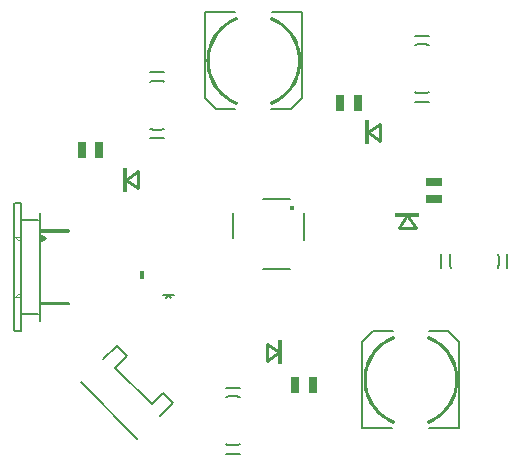
<source format=gto>
G75*
G70*
%OFA0B0*%
%FSLAX24Y24*%
%IPPOS*%
%LPD*%
%AMOC8*
5,1,8,0,0,1.08239X$1,22.5*
%
%ADD10C,0.0080*%
%ADD11C,0.0157*%
%ADD12C,0.0079*%
%ADD13R,0.0551X0.0256*%
%ADD14C,0.0100*%
%ADD15R,0.0827X0.0118*%
%ADD16C,0.0010*%
%ADD17R,0.0256X0.0551*%
%ADD18R,0.0118X0.0827*%
%ADD19C,0.0040*%
%ADD20R,0.0160X0.0280*%
D10*
X003651Y004876D02*
X005544Y002983D01*
X006295Y003735D02*
X006741Y004180D01*
X006407Y004514D01*
X006017Y004124D01*
X004792Y005349D01*
X005182Y005739D01*
X004848Y006073D01*
X004402Y005628D01*
X003229Y007463D02*
X002343Y007463D01*
X002343Y007522D02*
X003229Y007522D01*
X003238Y007521D01*
X003247Y007516D01*
X003253Y007510D01*
X003258Y007501D01*
X003259Y007492D01*
X003258Y007483D01*
X003253Y007474D01*
X003247Y007468D01*
X003238Y007463D01*
X003229Y007462D01*
X002245Y007128D02*
X001694Y007128D01*
X001654Y006557D02*
X001458Y006557D01*
X001418Y006597D01*
X001418Y010809D01*
X001458Y010849D01*
X001654Y010849D01*
X001654Y006557D01*
X002284Y006912D02*
X002284Y010494D01*
X002245Y010278D02*
X001694Y010278D01*
X002343Y009943D02*
X003229Y009943D01*
X003229Y009944D02*
X003238Y009943D01*
X003247Y009938D01*
X003253Y009932D01*
X003258Y009923D01*
X003259Y009914D01*
X003258Y009905D01*
X003253Y009896D01*
X003247Y009890D01*
X003238Y009885D01*
X003229Y009884D01*
X002343Y009884D01*
X006395Y007786D02*
X006576Y007786D01*
X006668Y007664D01*
X006757Y007786D02*
X006576Y007786D01*
X006566Y007780D02*
X006490Y007664D01*
X008741Y009687D02*
X008741Y010514D01*
X009725Y010987D02*
X010631Y010987D01*
X011103Y010514D02*
X011103Y009609D01*
X010631Y008624D02*
X009725Y008624D01*
X013032Y006223D02*
X013387Y006577D01*
X014056Y006577D01*
X013032Y006223D02*
X013032Y003349D01*
X014036Y003349D01*
X015257Y003349D02*
X016261Y003349D01*
X016261Y006223D01*
X015906Y006577D01*
X015257Y006577D01*
X010670Y013979D02*
X010001Y013979D01*
X010670Y013979D02*
X011025Y014333D01*
X011025Y017207D01*
X010021Y017207D01*
X008800Y017207D02*
X007796Y017207D01*
X007796Y014333D01*
X008151Y013979D01*
X008800Y013979D01*
D11*
X010710Y010672D03*
D12*
X014784Y014215D02*
X015257Y014215D01*
X015257Y014530D02*
X015206Y014516D01*
X015154Y014505D01*
X015101Y014497D01*
X015048Y014493D01*
X014994Y014493D01*
X014941Y014497D01*
X014888Y014505D01*
X014836Y014516D01*
X014785Y014530D01*
X014785Y016105D02*
X014836Y016119D01*
X014888Y016130D01*
X014941Y016138D01*
X014994Y016142D01*
X015048Y016142D01*
X015101Y016138D01*
X015154Y016130D01*
X015206Y016119D01*
X015257Y016105D01*
X015257Y016420D02*
X014784Y016420D01*
X015670Y009154D02*
X015670Y008682D01*
X015985Y008682D02*
X015971Y008733D01*
X015960Y008785D01*
X015952Y008838D01*
X015948Y008891D01*
X015948Y008945D01*
X015952Y008998D01*
X015960Y009051D01*
X015971Y009103D01*
X015985Y009154D01*
X017560Y009154D02*
X017574Y009103D01*
X017585Y009051D01*
X017593Y008998D01*
X017597Y008945D01*
X017597Y008891D01*
X017593Y008838D01*
X017585Y008785D01*
X017574Y008733D01*
X017560Y008682D01*
X017875Y008682D02*
X017875Y009154D01*
X008958Y004687D02*
X008485Y004687D01*
X008485Y004373D02*
X008536Y004387D01*
X008588Y004398D01*
X008641Y004406D01*
X008694Y004410D01*
X008748Y004410D01*
X008801Y004406D01*
X008854Y004398D01*
X008906Y004387D01*
X008957Y004373D01*
X008957Y002797D02*
X008906Y002783D01*
X008854Y002772D01*
X008801Y002764D01*
X008748Y002760D01*
X008694Y002760D01*
X008641Y002764D01*
X008588Y002772D01*
X008536Y002783D01*
X008485Y002797D01*
X008485Y002483D02*
X008958Y002483D01*
X006438Y012994D02*
X005966Y012994D01*
X005966Y013309D02*
X006017Y013295D01*
X006069Y013284D01*
X006122Y013276D01*
X006175Y013272D01*
X006229Y013272D01*
X006282Y013276D01*
X006335Y013284D01*
X006387Y013295D01*
X006438Y013309D01*
X006438Y014884D02*
X006387Y014898D01*
X006335Y014909D01*
X006282Y014917D01*
X006229Y014921D01*
X006175Y014921D01*
X006122Y014917D01*
X006069Y014909D01*
X006017Y014898D01*
X005966Y014884D01*
X005966Y015199D02*
X006438Y015199D01*
D13*
X015433Y011550D03*
X015433Y010970D03*
D14*
X014528Y010435D02*
X014824Y010022D01*
X014253Y010022D01*
X014528Y010435D01*
X013643Y012916D02*
X013229Y013191D01*
X013643Y013487D01*
X013643Y012916D01*
X009863Y006144D02*
X010277Y005868D01*
X009863Y005573D01*
X009863Y006144D01*
X005572Y011341D02*
X005158Y011617D01*
X005572Y011912D01*
X005572Y011341D01*
D15*
X014528Y010455D03*
D16*
X009998Y014146D02*
X009972Y014210D01*
X010041Y014240D01*
X010109Y014274D01*
X010174Y014311D01*
X010238Y014351D01*
X010300Y014394D01*
X010359Y014440D01*
X010416Y014490D01*
X010470Y014542D01*
X010522Y014596D01*
X010570Y014654D01*
X010616Y014713D01*
X010659Y014775D01*
X010699Y014839D01*
X010735Y014905D01*
X010768Y014973D01*
X010798Y015042D01*
X010824Y015113D01*
X010846Y015184D01*
X010865Y015257D01*
X010880Y015331D01*
X010891Y015405D01*
X010899Y015480D01*
X010903Y015555D01*
X010903Y015631D01*
X010899Y015706D01*
X010891Y015781D01*
X010880Y015855D01*
X010865Y015929D01*
X010846Y016002D01*
X010824Y016073D01*
X010798Y016144D01*
X010768Y016213D01*
X010735Y016281D01*
X010699Y016347D01*
X010659Y016411D01*
X010616Y016473D01*
X010570Y016532D01*
X010522Y016590D01*
X010470Y016644D01*
X010416Y016696D01*
X010359Y016746D01*
X010300Y016792D01*
X010238Y016835D01*
X010174Y016875D01*
X010109Y016912D01*
X010041Y016946D01*
X009972Y016976D01*
X009998Y017040D01*
X009999Y017041D01*
X010069Y017010D01*
X010138Y016976D01*
X010206Y016938D01*
X010271Y016897D01*
X010335Y016853D01*
X010396Y016806D01*
X010454Y016756D01*
X010510Y016703D01*
X010564Y016647D01*
X010614Y016589D01*
X010662Y016529D01*
X010707Y016466D01*
X010748Y016401D01*
X010786Y016334D01*
X010821Y016265D01*
X010853Y016194D01*
X010881Y016122D01*
X010905Y016049D01*
X010926Y015975D01*
X010943Y015900D01*
X010956Y015824D01*
X010965Y015747D01*
X010971Y015670D01*
X010973Y015593D01*
X010971Y015516D01*
X010965Y015439D01*
X010956Y015362D01*
X010943Y015286D01*
X010926Y015211D01*
X010905Y015137D01*
X010881Y015064D01*
X010853Y014992D01*
X010821Y014921D01*
X010786Y014852D01*
X010748Y014785D01*
X010707Y014720D01*
X010662Y014657D01*
X010614Y014597D01*
X010564Y014539D01*
X010510Y014483D01*
X010454Y014430D01*
X010396Y014380D01*
X010335Y014333D01*
X010271Y014289D01*
X010206Y014248D01*
X010138Y014210D01*
X010069Y014176D01*
X009999Y014145D01*
X009995Y014153D01*
X010067Y014185D01*
X010137Y014220D01*
X010205Y014258D01*
X010272Y014300D01*
X010336Y014345D01*
X010397Y014393D01*
X010457Y014444D01*
X010513Y014499D01*
X010567Y014556D01*
X010618Y014615D01*
X010666Y014677D01*
X010710Y014742D01*
X010751Y014808D01*
X010789Y014877D01*
X010824Y014947D01*
X010854Y015019D01*
X010881Y015093D01*
X010905Y015168D01*
X010924Y015243D01*
X010940Y015320D01*
X010952Y015398D01*
X010960Y015476D01*
X010964Y015554D01*
X010964Y015632D01*
X010960Y015710D01*
X010952Y015788D01*
X010940Y015866D01*
X010924Y015943D01*
X010905Y016018D01*
X010881Y016093D01*
X010854Y016167D01*
X010824Y016239D01*
X010789Y016309D01*
X010751Y016378D01*
X010710Y016444D01*
X010666Y016509D01*
X010618Y016571D01*
X010567Y016630D01*
X010513Y016687D01*
X010457Y016742D01*
X010397Y016793D01*
X010336Y016841D01*
X010272Y016886D01*
X010205Y016928D01*
X010137Y016966D01*
X010067Y017001D01*
X009995Y017033D01*
X009992Y017024D01*
X010063Y016993D01*
X010133Y016958D01*
X010201Y016920D01*
X010267Y016879D01*
X010330Y016834D01*
X010392Y016786D01*
X010451Y016735D01*
X010507Y016681D01*
X010560Y016624D01*
X010611Y016565D01*
X010658Y016503D01*
X010703Y016439D01*
X010744Y016373D01*
X010781Y016305D01*
X010815Y016235D01*
X010846Y016163D01*
X010873Y016090D01*
X010896Y016016D01*
X010915Y015940D01*
X010931Y015864D01*
X010943Y015787D01*
X010951Y015710D01*
X010955Y015632D01*
X010955Y015554D01*
X010951Y015476D01*
X010943Y015399D01*
X010931Y015322D01*
X010915Y015246D01*
X010896Y015170D01*
X010873Y015096D01*
X010846Y015023D01*
X010815Y014951D01*
X010781Y014881D01*
X010744Y014813D01*
X010703Y014747D01*
X010658Y014683D01*
X010611Y014621D01*
X010560Y014562D01*
X010507Y014505D01*
X010451Y014451D01*
X010392Y014400D01*
X010330Y014352D01*
X010267Y014307D01*
X010201Y014266D01*
X010133Y014228D01*
X010063Y014193D01*
X009992Y014162D01*
X009989Y014170D01*
X010059Y014201D01*
X010129Y014236D01*
X010196Y014273D01*
X010262Y014315D01*
X010325Y014359D01*
X010386Y014407D01*
X010445Y014458D01*
X010500Y014511D01*
X010554Y014568D01*
X010604Y014627D01*
X010651Y014688D01*
X010695Y014752D01*
X010736Y014817D01*
X010773Y014885D01*
X010807Y014955D01*
X010838Y015026D01*
X010864Y015099D01*
X010887Y015173D01*
X010907Y015248D01*
X010922Y015323D01*
X010934Y015400D01*
X010942Y015477D01*
X010946Y015554D01*
X010946Y015632D01*
X010942Y015709D01*
X010934Y015786D01*
X010922Y015863D01*
X010907Y015938D01*
X010887Y016013D01*
X010864Y016087D01*
X010838Y016160D01*
X010807Y016231D01*
X010773Y016301D01*
X010736Y016369D01*
X010695Y016434D01*
X010651Y016498D01*
X010604Y016559D01*
X010554Y016618D01*
X010500Y016675D01*
X010445Y016728D01*
X010386Y016779D01*
X010325Y016827D01*
X010262Y016871D01*
X010196Y016913D01*
X010129Y016950D01*
X010059Y016985D01*
X009989Y017016D01*
X009985Y017008D01*
X010056Y016977D01*
X010125Y016942D01*
X010192Y016905D01*
X010257Y016864D01*
X010320Y016819D01*
X010380Y016772D01*
X010439Y016722D01*
X010494Y016668D01*
X010547Y016612D01*
X010597Y016554D01*
X010644Y016493D01*
X010688Y016429D01*
X010728Y016364D01*
X010765Y016297D01*
X010799Y016227D01*
X010829Y016157D01*
X010856Y016084D01*
X010879Y016011D01*
X010898Y015936D01*
X010913Y015861D01*
X010925Y015785D01*
X010933Y015708D01*
X010937Y015631D01*
X010937Y015555D01*
X010933Y015478D01*
X010925Y015401D01*
X010913Y015325D01*
X010898Y015250D01*
X010879Y015175D01*
X010856Y015102D01*
X010829Y015029D01*
X010799Y014959D01*
X010765Y014889D01*
X010728Y014822D01*
X010688Y014757D01*
X010644Y014693D01*
X010597Y014632D01*
X010547Y014574D01*
X010494Y014518D01*
X010439Y014464D01*
X010380Y014414D01*
X010320Y014367D01*
X010257Y014322D01*
X010192Y014281D01*
X010125Y014244D01*
X010056Y014209D01*
X009985Y014178D01*
X009982Y014187D01*
X010052Y014217D01*
X010120Y014251D01*
X010187Y014289D01*
X010252Y014330D01*
X010314Y014374D01*
X010375Y014421D01*
X010433Y014471D01*
X010488Y014524D01*
X010540Y014580D01*
X010590Y014638D01*
X010636Y014699D01*
X010680Y014761D01*
X010720Y014827D01*
X010757Y014894D01*
X010791Y014962D01*
X010821Y015033D01*
X010847Y015104D01*
X010870Y015178D01*
X010889Y015252D01*
X010904Y015327D01*
X010916Y015402D01*
X010924Y015478D01*
X010928Y015555D01*
X010928Y015631D01*
X010924Y015708D01*
X010916Y015784D01*
X010904Y015859D01*
X010889Y015934D01*
X010870Y016008D01*
X010847Y016082D01*
X010821Y016153D01*
X010791Y016224D01*
X010757Y016292D01*
X010720Y016359D01*
X010680Y016425D01*
X010636Y016487D01*
X010590Y016548D01*
X010540Y016606D01*
X010488Y016662D01*
X010433Y016715D01*
X010375Y016765D01*
X010314Y016812D01*
X010252Y016856D01*
X010187Y016897D01*
X010120Y016935D01*
X010052Y016969D01*
X009982Y016999D01*
X009978Y016991D01*
X010048Y016960D01*
X010116Y016927D01*
X010183Y016889D01*
X010247Y016849D01*
X010309Y016805D01*
X010369Y016758D01*
X010426Y016708D01*
X010481Y016656D01*
X010534Y016600D01*
X010583Y016542D01*
X010629Y016482D01*
X010672Y016420D01*
X010713Y016355D01*
X010749Y016288D01*
X010783Y016220D01*
X010812Y016150D01*
X010839Y016079D01*
X010861Y016006D01*
X010880Y015932D01*
X010896Y015858D01*
X010907Y015783D01*
X010915Y015707D01*
X010919Y015631D01*
X010919Y015555D01*
X010915Y015479D01*
X010907Y015403D01*
X010896Y015328D01*
X010880Y015254D01*
X010861Y015180D01*
X010839Y015107D01*
X010812Y015036D01*
X010783Y014966D01*
X010749Y014898D01*
X010713Y014831D01*
X010672Y014766D01*
X010629Y014704D01*
X010583Y014644D01*
X010534Y014586D01*
X010481Y014530D01*
X010426Y014478D01*
X010369Y014428D01*
X010309Y014381D01*
X010247Y014337D01*
X010183Y014297D01*
X010116Y014259D01*
X010048Y014226D01*
X009978Y014195D01*
X009975Y014203D01*
X010044Y014234D01*
X010112Y014267D01*
X010178Y014304D01*
X010242Y014345D01*
X010304Y014388D01*
X010363Y014435D01*
X010420Y014484D01*
X010475Y014537D01*
X010527Y014592D01*
X010576Y014649D01*
X010622Y014709D01*
X010665Y014771D01*
X010705Y014836D01*
X010741Y014902D01*
X010774Y014970D01*
X010804Y015039D01*
X010830Y015110D01*
X010853Y015182D01*
X010872Y015256D01*
X010887Y015330D01*
X010898Y015404D01*
X010906Y015480D01*
X010910Y015555D01*
X010910Y015631D01*
X010906Y015706D01*
X010898Y015782D01*
X010887Y015856D01*
X010872Y015930D01*
X010853Y016004D01*
X010830Y016076D01*
X010804Y016147D01*
X010774Y016216D01*
X010741Y016284D01*
X010705Y016350D01*
X010665Y016415D01*
X010622Y016477D01*
X010576Y016537D01*
X010527Y016594D01*
X010475Y016649D01*
X010420Y016702D01*
X010363Y016751D01*
X010304Y016798D01*
X010242Y016841D01*
X010178Y016882D01*
X010112Y016919D01*
X010044Y016952D01*
X009975Y016983D01*
X008822Y017040D02*
X008848Y016976D01*
X008779Y016946D01*
X008711Y016912D01*
X008646Y016875D01*
X008582Y016835D01*
X008520Y016792D01*
X008461Y016746D01*
X008404Y016696D01*
X008350Y016644D01*
X008298Y016590D01*
X008250Y016532D01*
X008204Y016473D01*
X008161Y016411D01*
X008121Y016347D01*
X008085Y016281D01*
X008052Y016213D01*
X008022Y016144D01*
X007996Y016073D01*
X007974Y016002D01*
X007955Y015929D01*
X007940Y015855D01*
X007929Y015781D01*
X007921Y015706D01*
X007917Y015631D01*
X007917Y015555D01*
X007921Y015480D01*
X007929Y015405D01*
X007940Y015331D01*
X007955Y015257D01*
X007974Y015184D01*
X007996Y015113D01*
X008022Y015042D01*
X008052Y014973D01*
X008085Y014905D01*
X008121Y014839D01*
X008161Y014775D01*
X008204Y014713D01*
X008250Y014654D01*
X008298Y014596D01*
X008350Y014542D01*
X008404Y014490D01*
X008461Y014440D01*
X008520Y014394D01*
X008582Y014351D01*
X008646Y014311D01*
X008711Y014274D01*
X008779Y014240D01*
X008848Y014210D01*
X008822Y014146D01*
X008821Y014145D01*
X008751Y014176D01*
X008682Y014210D01*
X008614Y014248D01*
X008549Y014289D01*
X008485Y014333D01*
X008424Y014380D01*
X008366Y014430D01*
X008310Y014483D01*
X008256Y014539D01*
X008206Y014597D01*
X008158Y014657D01*
X008113Y014720D01*
X008072Y014785D01*
X008034Y014852D01*
X007999Y014921D01*
X007967Y014992D01*
X007939Y015064D01*
X007915Y015137D01*
X007894Y015211D01*
X007877Y015286D01*
X007864Y015362D01*
X007855Y015439D01*
X007849Y015516D01*
X007847Y015593D01*
X007849Y015670D01*
X007855Y015747D01*
X007864Y015824D01*
X007877Y015900D01*
X007894Y015975D01*
X007915Y016049D01*
X007939Y016122D01*
X007967Y016194D01*
X007999Y016265D01*
X008034Y016334D01*
X008072Y016401D01*
X008113Y016466D01*
X008158Y016529D01*
X008206Y016589D01*
X008256Y016647D01*
X008310Y016703D01*
X008366Y016756D01*
X008424Y016806D01*
X008485Y016853D01*
X008549Y016897D01*
X008614Y016938D01*
X008682Y016976D01*
X008751Y017010D01*
X008821Y017041D01*
X008825Y017033D01*
X008753Y017001D01*
X008683Y016966D01*
X008615Y016928D01*
X008548Y016886D01*
X008484Y016841D01*
X008423Y016793D01*
X008363Y016742D01*
X008307Y016687D01*
X008253Y016630D01*
X008202Y016571D01*
X008154Y016509D01*
X008110Y016444D01*
X008069Y016378D01*
X008031Y016309D01*
X007996Y016239D01*
X007966Y016167D01*
X007939Y016093D01*
X007915Y016018D01*
X007896Y015943D01*
X007880Y015866D01*
X007868Y015788D01*
X007860Y015710D01*
X007856Y015632D01*
X007856Y015554D01*
X007860Y015476D01*
X007868Y015398D01*
X007880Y015320D01*
X007896Y015243D01*
X007915Y015168D01*
X007939Y015093D01*
X007966Y015019D01*
X007996Y014947D01*
X008031Y014877D01*
X008069Y014808D01*
X008110Y014742D01*
X008154Y014677D01*
X008202Y014615D01*
X008253Y014556D01*
X008307Y014499D01*
X008363Y014444D01*
X008423Y014393D01*
X008484Y014345D01*
X008548Y014300D01*
X008615Y014258D01*
X008683Y014220D01*
X008753Y014185D01*
X008825Y014153D01*
X008828Y014162D01*
X008757Y014193D01*
X008687Y014228D01*
X008619Y014266D01*
X008553Y014307D01*
X008490Y014352D01*
X008428Y014400D01*
X008369Y014451D01*
X008313Y014505D01*
X008260Y014562D01*
X008209Y014621D01*
X008162Y014683D01*
X008117Y014747D01*
X008076Y014813D01*
X008039Y014881D01*
X008005Y014951D01*
X007974Y015023D01*
X007947Y015096D01*
X007924Y015170D01*
X007905Y015246D01*
X007889Y015322D01*
X007877Y015399D01*
X007869Y015476D01*
X007865Y015554D01*
X007865Y015632D01*
X007869Y015710D01*
X007877Y015787D01*
X007889Y015864D01*
X007905Y015940D01*
X007924Y016016D01*
X007947Y016090D01*
X007974Y016163D01*
X008005Y016235D01*
X008039Y016305D01*
X008076Y016373D01*
X008117Y016439D01*
X008162Y016503D01*
X008209Y016565D01*
X008260Y016624D01*
X008313Y016681D01*
X008369Y016735D01*
X008428Y016786D01*
X008490Y016834D01*
X008553Y016879D01*
X008619Y016920D01*
X008687Y016958D01*
X008757Y016993D01*
X008828Y017024D01*
X008831Y017016D01*
X008761Y016985D01*
X008691Y016950D01*
X008624Y016913D01*
X008558Y016871D01*
X008495Y016827D01*
X008434Y016779D01*
X008375Y016728D01*
X008320Y016675D01*
X008266Y016618D01*
X008216Y016559D01*
X008169Y016498D01*
X008125Y016434D01*
X008084Y016369D01*
X008047Y016301D01*
X008013Y016231D01*
X007982Y016160D01*
X007956Y016087D01*
X007933Y016013D01*
X007913Y015938D01*
X007898Y015863D01*
X007886Y015786D01*
X007878Y015709D01*
X007874Y015632D01*
X007874Y015554D01*
X007878Y015477D01*
X007886Y015400D01*
X007898Y015323D01*
X007913Y015248D01*
X007933Y015173D01*
X007956Y015099D01*
X007982Y015026D01*
X008013Y014955D01*
X008047Y014885D01*
X008084Y014817D01*
X008125Y014752D01*
X008169Y014688D01*
X008216Y014627D01*
X008266Y014568D01*
X008320Y014511D01*
X008375Y014458D01*
X008434Y014407D01*
X008495Y014359D01*
X008558Y014315D01*
X008624Y014273D01*
X008691Y014236D01*
X008761Y014201D01*
X008831Y014170D01*
X008835Y014178D01*
X008764Y014209D01*
X008695Y014244D01*
X008628Y014281D01*
X008563Y014322D01*
X008500Y014367D01*
X008440Y014414D01*
X008381Y014464D01*
X008326Y014518D01*
X008273Y014574D01*
X008223Y014632D01*
X008176Y014693D01*
X008132Y014757D01*
X008092Y014822D01*
X008055Y014889D01*
X008021Y014959D01*
X007991Y015029D01*
X007964Y015102D01*
X007941Y015175D01*
X007922Y015250D01*
X007907Y015325D01*
X007895Y015401D01*
X007887Y015478D01*
X007883Y015555D01*
X007883Y015631D01*
X007887Y015708D01*
X007895Y015785D01*
X007907Y015861D01*
X007922Y015936D01*
X007941Y016011D01*
X007964Y016084D01*
X007991Y016157D01*
X008021Y016227D01*
X008055Y016297D01*
X008092Y016364D01*
X008132Y016429D01*
X008176Y016493D01*
X008223Y016554D01*
X008273Y016612D01*
X008326Y016668D01*
X008381Y016722D01*
X008440Y016772D01*
X008500Y016819D01*
X008563Y016864D01*
X008628Y016905D01*
X008695Y016942D01*
X008764Y016977D01*
X008835Y017008D01*
X008838Y016999D01*
X008768Y016969D01*
X008700Y016935D01*
X008633Y016897D01*
X008568Y016856D01*
X008506Y016812D01*
X008445Y016765D01*
X008387Y016715D01*
X008332Y016662D01*
X008280Y016606D01*
X008230Y016548D01*
X008184Y016487D01*
X008140Y016425D01*
X008100Y016359D01*
X008063Y016292D01*
X008029Y016224D01*
X007999Y016153D01*
X007973Y016082D01*
X007950Y016008D01*
X007931Y015934D01*
X007916Y015859D01*
X007904Y015784D01*
X007896Y015708D01*
X007892Y015631D01*
X007892Y015555D01*
X007896Y015478D01*
X007904Y015402D01*
X007916Y015327D01*
X007931Y015252D01*
X007950Y015178D01*
X007973Y015104D01*
X007999Y015033D01*
X008029Y014962D01*
X008063Y014894D01*
X008100Y014827D01*
X008140Y014761D01*
X008184Y014699D01*
X008230Y014638D01*
X008280Y014580D01*
X008332Y014524D01*
X008387Y014471D01*
X008445Y014421D01*
X008506Y014374D01*
X008568Y014330D01*
X008633Y014289D01*
X008700Y014251D01*
X008768Y014217D01*
X008838Y014187D01*
X008842Y014195D01*
X008772Y014226D01*
X008704Y014259D01*
X008637Y014297D01*
X008573Y014337D01*
X008511Y014381D01*
X008451Y014428D01*
X008394Y014478D01*
X008339Y014530D01*
X008286Y014586D01*
X008237Y014644D01*
X008191Y014704D01*
X008148Y014766D01*
X008107Y014831D01*
X008071Y014898D01*
X008037Y014966D01*
X008008Y015036D01*
X007981Y015107D01*
X007959Y015180D01*
X007940Y015254D01*
X007924Y015328D01*
X007913Y015403D01*
X007905Y015479D01*
X007901Y015555D01*
X007901Y015631D01*
X007905Y015707D01*
X007913Y015783D01*
X007924Y015858D01*
X007940Y015932D01*
X007959Y016006D01*
X007981Y016079D01*
X008008Y016150D01*
X008037Y016220D01*
X008071Y016288D01*
X008107Y016355D01*
X008148Y016420D01*
X008191Y016482D01*
X008237Y016542D01*
X008286Y016600D01*
X008339Y016656D01*
X008394Y016708D01*
X008451Y016758D01*
X008511Y016805D01*
X008573Y016849D01*
X008637Y016889D01*
X008704Y016927D01*
X008772Y016960D01*
X008842Y016991D01*
X008845Y016983D01*
X008776Y016952D01*
X008708Y016919D01*
X008642Y016882D01*
X008578Y016841D01*
X008516Y016798D01*
X008457Y016751D01*
X008400Y016702D01*
X008345Y016649D01*
X008293Y016594D01*
X008244Y016537D01*
X008198Y016477D01*
X008155Y016415D01*
X008115Y016350D01*
X008079Y016284D01*
X008046Y016216D01*
X008016Y016147D01*
X007990Y016076D01*
X007967Y016004D01*
X007948Y015930D01*
X007933Y015856D01*
X007922Y015782D01*
X007914Y015706D01*
X007910Y015631D01*
X007910Y015555D01*
X007914Y015480D01*
X007922Y015404D01*
X007933Y015330D01*
X007948Y015256D01*
X007967Y015182D01*
X007990Y015110D01*
X008016Y015039D01*
X008046Y014970D01*
X008079Y014902D01*
X008115Y014836D01*
X008155Y014771D01*
X008198Y014709D01*
X008244Y014649D01*
X008293Y014592D01*
X008345Y014537D01*
X008400Y014484D01*
X008457Y014435D01*
X008516Y014388D01*
X008578Y014345D01*
X008642Y014304D01*
X008708Y014267D01*
X008776Y014234D01*
X008845Y014203D01*
X015235Y003516D02*
X015209Y003580D01*
X015278Y003610D01*
X015346Y003644D01*
X015411Y003681D01*
X015475Y003721D01*
X015537Y003764D01*
X015596Y003810D01*
X015653Y003860D01*
X015707Y003912D01*
X015759Y003966D01*
X015807Y004024D01*
X015853Y004083D01*
X015896Y004145D01*
X015936Y004209D01*
X015972Y004275D01*
X016005Y004343D01*
X016035Y004412D01*
X016061Y004483D01*
X016083Y004554D01*
X016102Y004627D01*
X016117Y004701D01*
X016128Y004775D01*
X016136Y004850D01*
X016140Y004925D01*
X016140Y005001D01*
X016136Y005076D01*
X016128Y005151D01*
X016117Y005225D01*
X016102Y005299D01*
X016083Y005372D01*
X016061Y005443D01*
X016035Y005514D01*
X016005Y005583D01*
X015972Y005651D01*
X015936Y005717D01*
X015896Y005781D01*
X015853Y005843D01*
X015807Y005902D01*
X015759Y005960D01*
X015707Y006014D01*
X015653Y006066D01*
X015596Y006116D01*
X015537Y006162D01*
X015475Y006205D01*
X015411Y006245D01*
X015346Y006282D01*
X015278Y006316D01*
X015209Y006346D01*
X015235Y006410D01*
X015236Y006411D01*
X015306Y006380D01*
X015375Y006346D01*
X015443Y006308D01*
X015508Y006267D01*
X015572Y006223D01*
X015633Y006176D01*
X015691Y006126D01*
X015747Y006073D01*
X015801Y006017D01*
X015851Y005959D01*
X015899Y005899D01*
X015944Y005836D01*
X015985Y005771D01*
X016023Y005704D01*
X016058Y005635D01*
X016090Y005564D01*
X016118Y005492D01*
X016142Y005419D01*
X016163Y005345D01*
X016180Y005270D01*
X016193Y005194D01*
X016202Y005117D01*
X016208Y005040D01*
X016210Y004963D01*
X016208Y004886D01*
X016202Y004809D01*
X016193Y004732D01*
X016180Y004656D01*
X016163Y004581D01*
X016142Y004507D01*
X016118Y004434D01*
X016090Y004362D01*
X016058Y004291D01*
X016023Y004222D01*
X015985Y004155D01*
X015944Y004090D01*
X015899Y004027D01*
X015851Y003967D01*
X015801Y003909D01*
X015747Y003853D01*
X015691Y003800D01*
X015633Y003750D01*
X015572Y003703D01*
X015508Y003659D01*
X015443Y003618D01*
X015375Y003580D01*
X015306Y003546D01*
X015236Y003515D01*
X015232Y003523D01*
X015304Y003555D01*
X015374Y003590D01*
X015442Y003628D01*
X015509Y003670D01*
X015573Y003715D01*
X015634Y003763D01*
X015694Y003814D01*
X015750Y003869D01*
X015804Y003926D01*
X015855Y003985D01*
X015903Y004047D01*
X015947Y004112D01*
X015988Y004178D01*
X016026Y004247D01*
X016061Y004317D01*
X016091Y004389D01*
X016118Y004463D01*
X016142Y004538D01*
X016161Y004613D01*
X016177Y004690D01*
X016189Y004768D01*
X016197Y004846D01*
X016201Y004924D01*
X016201Y005002D01*
X016197Y005080D01*
X016189Y005158D01*
X016177Y005236D01*
X016161Y005313D01*
X016142Y005388D01*
X016118Y005463D01*
X016091Y005537D01*
X016061Y005609D01*
X016026Y005679D01*
X015988Y005748D01*
X015947Y005814D01*
X015903Y005879D01*
X015855Y005941D01*
X015804Y006000D01*
X015750Y006057D01*
X015694Y006112D01*
X015634Y006163D01*
X015573Y006211D01*
X015509Y006256D01*
X015442Y006298D01*
X015374Y006336D01*
X015304Y006371D01*
X015232Y006403D01*
X015229Y006394D01*
X015300Y006363D01*
X015370Y006328D01*
X015438Y006290D01*
X015504Y006249D01*
X015567Y006204D01*
X015629Y006156D01*
X015688Y006105D01*
X015744Y006051D01*
X015797Y005994D01*
X015848Y005935D01*
X015895Y005873D01*
X015940Y005809D01*
X015981Y005743D01*
X016018Y005675D01*
X016052Y005605D01*
X016083Y005533D01*
X016110Y005460D01*
X016133Y005386D01*
X016152Y005310D01*
X016168Y005234D01*
X016180Y005157D01*
X016188Y005080D01*
X016192Y005002D01*
X016192Y004924D01*
X016188Y004846D01*
X016180Y004769D01*
X016168Y004692D01*
X016152Y004616D01*
X016133Y004540D01*
X016110Y004466D01*
X016083Y004393D01*
X016052Y004321D01*
X016018Y004251D01*
X015981Y004183D01*
X015940Y004117D01*
X015895Y004053D01*
X015848Y003991D01*
X015797Y003932D01*
X015744Y003875D01*
X015688Y003821D01*
X015629Y003770D01*
X015567Y003722D01*
X015504Y003677D01*
X015438Y003636D01*
X015370Y003598D01*
X015300Y003563D01*
X015229Y003532D01*
X015226Y003540D01*
X015296Y003571D01*
X015366Y003606D01*
X015433Y003643D01*
X015499Y003685D01*
X015562Y003729D01*
X015623Y003777D01*
X015682Y003828D01*
X015737Y003881D01*
X015791Y003938D01*
X015841Y003997D01*
X015888Y004058D01*
X015932Y004122D01*
X015973Y004187D01*
X016010Y004255D01*
X016044Y004325D01*
X016075Y004396D01*
X016101Y004469D01*
X016124Y004543D01*
X016144Y004618D01*
X016159Y004693D01*
X016171Y004770D01*
X016179Y004847D01*
X016183Y004924D01*
X016183Y005002D01*
X016179Y005079D01*
X016171Y005156D01*
X016159Y005233D01*
X016144Y005308D01*
X016124Y005383D01*
X016101Y005457D01*
X016075Y005530D01*
X016044Y005601D01*
X016010Y005671D01*
X015973Y005739D01*
X015932Y005804D01*
X015888Y005868D01*
X015841Y005929D01*
X015791Y005988D01*
X015737Y006045D01*
X015682Y006098D01*
X015623Y006149D01*
X015562Y006197D01*
X015499Y006241D01*
X015433Y006283D01*
X015366Y006320D01*
X015296Y006355D01*
X015226Y006386D01*
X015222Y006378D01*
X015293Y006347D01*
X015362Y006312D01*
X015429Y006275D01*
X015494Y006234D01*
X015557Y006189D01*
X015617Y006142D01*
X015676Y006092D01*
X015731Y006038D01*
X015784Y005982D01*
X015834Y005924D01*
X015881Y005863D01*
X015925Y005799D01*
X015965Y005734D01*
X016002Y005667D01*
X016036Y005597D01*
X016066Y005527D01*
X016093Y005454D01*
X016116Y005381D01*
X016135Y005306D01*
X016150Y005231D01*
X016162Y005155D01*
X016170Y005078D01*
X016174Y005001D01*
X016174Y004925D01*
X016170Y004848D01*
X016162Y004771D01*
X016150Y004695D01*
X016135Y004620D01*
X016116Y004545D01*
X016093Y004472D01*
X016066Y004399D01*
X016036Y004329D01*
X016002Y004259D01*
X015965Y004192D01*
X015925Y004127D01*
X015881Y004063D01*
X015834Y004002D01*
X015784Y003944D01*
X015731Y003888D01*
X015676Y003834D01*
X015617Y003784D01*
X015557Y003737D01*
X015494Y003692D01*
X015429Y003651D01*
X015362Y003614D01*
X015293Y003579D01*
X015222Y003548D01*
X015219Y003557D01*
X015289Y003587D01*
X015357Y003621D01*
X015424Y003659D01*
X015489Y003700D01*
X015551Y003744D01*
X015612Y003791D01*
X015670Y003841D01*
X015725Y003894D01*
X015777Y003950D01*
X015827Y004008D01*
X015873Y004069D01*
X015917Y004131D01*
X015957Y004197D01*
X015994Y004264D01*
X016028Y004332D01*
X016058Y004403D01*
X016084Y004474D01*
X016107Y004548D01*
X016126Y004622D01*
X016141Y004697D01*
X016153Y004772D01*
X016161Y004848D01*
X016165Y004925D01*
X016165Y005001D01*
X016161Y005078D01*
X016153Y005154D01*
X016141Y005229D01*
X016126Y005304D01*
X016107Y005378D01*
X016084Y005452D01*
X016058Y005523D01*
X016028Y005594D01*
X015994Y005662D01*
X015957Y005729D01*
X015917Y005795D01*
X015873Y005857D01*
X015827Y005918D01*
X015777Y005976D01*
X015725Y006032D01*
X015670Y006085D01*
X015612Y006135D01*
X015551Y006182D01*
X015489Y006226D01*
X015424Y006267D01*
X015357Y006305D01*
X015289Y006339D01*
X015219Y006369D01*
X015215Y006361D01*
X015285Y006330D01*
X015353Y006297D01*
X015420Y006259D01*
X015484Y006219D01*
X015546Y006175D01*
X015606Y006128D01*
X015663Y006078D01*
X015718Y006026D01*
X015771Y005970D01*
X015820Y005912D01*
X015866Y005852D01*
X015909Y005790D01*
X015950Y005725D01*
X015986Y005658D01*
X016020Y005590D01*
X016049Y005520D01*
X016076Y005449D01*
X016098Y005376D01*
X016117Y005302D01*
X016133Y005228D01*
X016144Y005153D01*
X016152Y005077D01*
X016156Y005001D01*
X016156Y004925D01*
X016152Y004849D01*
X016144Y004773D01*
X016133Y004698D01*
X016117Y004624D01*
X016098Y004550D01*
X016076Y004477D01*
X016049Y004406D01*
X016020Y004336D01*
X015986Y004268D01*
X015950Y004201D01*
X015909Y004136D01*
X015866Y004074D01*
X015820Y004014D01*
X015771Y003956D01*
X015718Y003900D01*
X015663Y003848D01*
X015606Y003798D01*
X015546Y003751D01*
X015484Y003707D01*
X015420Y003667D01*
X015353Y003629D01*
X015285Y003596D01*
X015215Y003565D01*
X015212Y003573D01*
X015281Y003604D01*
X015349Y003637D01*
X015415Y003674D01*
X015479Y003715D01*
X015541Y003758D01*
X015600Y003805D01*
X015657Y003854D01*
X015712Y003907D01*
X015764Y003962D01*
X015813Y004019D01*
X015859Y004079D01*
X015902Y004141D01*
X015942Y004206D01*
X015978Y004272D01*
X016011Y004340D01*
X016041Y004409D01*
X016067Y004480D01*
X016090Y004552D01*
X016109Y004626D01*
X016124Y004700D01*
X016135Y004774D01*
X016143Y004850D01*
X016147Y004925D01*
X016147Y005001D01*
X016143Y005076D01*
X016135Y005152D01*
X016124Y005226D01*
X016109Y005300D01*
X016090Y005374D01*
X016067Y005446D01*
X016041Y005517D01*
X016011Y005586D01*
X015978Y005654D01*
X015942Y005720D01*
X015902Y005785D01*
X015859Y005847D01*
X015813Y005907D01*
X015764Y005964D01*
X015712Y006019D01*
X015657Y006072D01*
X015600Y006121D01*
X015541Y006168D01*
X015479Y006211D01*
X015415Y006252D01*
X015349Y006289D01*
X015281Y006322D01*
X015212Y006353D01*
X014059Y006410D02*
X014085Y006346D01*
X014016Y006316D01*
X013948Y006282D01*
X013883Y006245D01*
X013819Y006205D01*
X013757Y006162D01*
X013698Y006116D01*
X013641Y006066D01*
X013587Y006014D01*
X013535Y005960D01*
X013487Y005902D01*
X013441Y005843D01*
X013398Y005781D01*
X013358Y005717D01*
X013322Y005651D01*
X013289Y005583D01*
X013259Y005514D01*
X013233Y005443D01*
X013211Y005372D01*
X013192Y005299D01*
X013177Y005225D01*
X013166Y005151D01*
X013158Y005076D01*
X013154Y005001D01*
X013154Y004925D01*
X013158Y004850D01*
X013166Y004775D01*
X013177Y004701D01*
X013192Y004627D01*
X013211Y004554D01*
X013233Y004483D01*
X013259Y004412D01*
X013289Y004343D01*
X013322Y004275D01*
X013358Y004209D01*
X013398Y004145D01*
X013441Y004083D01*
X013487Y004024D01*
X013535Y003966D01*
X013587Y003912D01*
X013641Y003860D01*
X013698Y003810D01*
X013757Y003764D01*
X013819Y003721D01*
X013883Y003681D01*
X013948Y003644D01*
X014016Y003610D01*
X014085Y003580D01*
X014059Y003516D01*
X014058Y003515D01*
X013988Y003546D01*
X013919Y003580D01*
X013851Y003618D01*
X013786Y003659D01*
X013722Y003703D01*
X013661Y003750D01*
X013603Y003800D01*
X013547Y003853D01*
X013493Y003909D01*
X013443Y003967D01*
X013395Y004027D01*
X013350Y004090D01*
X013309Y004155D01*
X013271Y004222D01*
X013236Y004291D01*
X013204Y004362D01*
X013176Y004434D01*
X013152Y004507D01*
X013131Y004581D01*
X013114Y004656D01*
X013101Y004732D01*
X013092Y004809D01*
X013086Y004886D01*
X013084Y004963D01*
X013086Y005040D01*
X013092Y005117D01*
X013101Y005194D01*
X013114Y005270D01*
X013131Y005345D01*
X013152Y005419D01*
X013176Y005492D01*
X013204Y005564D01*
X013236Y005635D01*
X013271Y005704D01*
X013309Y005771D01*
X013350Y005836D01*
X013395Y005899D01*
X013443Y005959D01*
X013493Y006017D01*
X013547Y006073D01*
X013603Y006126D01*
X013661Y006176D01*
X013722Y006223D01*
X013786Y006267D01*
X013851Y006308D01*
X013919Y006346D01*
X013988Y006380D01*
X014058Y006411D01*
X014062Y006403D01*
X013990Y006371D01*
X013920Y006336D01*
X013852Y006298D01*
X013785Y006256D01*
X013721Y006211D01*
X013660Y006163D01*
X013600Y006112D01*
X013544Y006057D01*
X013490Y006000D01*
X013439Y005941D01*
X013391Y005879D01*
X013347Y005814D01*
X013306Y005748D01*
X013268Y005679D01*
X013233Y005609D01*
X013203Y005537D01*
X013176Y005463D01*
X013152Y005388D01*
X013133Y005313D01*
X013117Y005236D01*
X013105Y005158D01*
X013097Y005080D01*
X013093Y005002D01*
X013093Y004924D01*
X013097Y004846D01*
X013105Y004768D01*
X013117Y004690D01*
X013133Y004613D01*
X013152Y004538D01*
X013176Y004463D01*
X013203Y004389D01*
X013233Y004317D01*
X013268Y004247D01*
X013306Y004178D01*
X013347Y004112D01*
X013391Y004047D01*
X013439Y003985D01*
X013490Y003926D01*
X013544Y003869D01*
X013600Y003814D01*
X013660Y003763D01*
X013721Y003715D01*
X013785Y003670D01*
X013852Y003628D01*
X013920Y003590D01*
X013990Y003555D01*
X014062Y003523D01*
X014065Y003532D01*
X013994Y003563D01*
X013924Y003598D01*
X013856Y003636D01*
X013790Y003677D01*
X013727Y003722D01*
X013665Y003770D01*
X013606Y003821D01*
X013550Y003875D01*
X013497Y003932D01*
X013446Y003991D01*
X013399Y004053D01*
X013354Y004117D01*
X013313Y004183D01*
X013276Y004251D01*
X013242Y004321D01*
X013211Y004393D01*
X013184Y004466D01*
X013161Y004540D01*
X013142Y004616D01*
X013126Y004692D01*
X013114Y004769D01*
X013106Y004846D01*
X013102Y004924D01*
X013102Y005002D01*
X013106Y005080D01*
X013114Y005157D01*
X013126Y005234D01*
X013142Y005310D01*
X013161Y005386D01*
X013184Y005460D01*
X013211Y005533D01*
X013242Y005605D01*
X013276Y005675D01*
X013313Y005743D01*
X013354Y005809D01*
X013399Y005873D01*
X013446Y005935D01*
X013497Y005994D01*
X013550Y006051D01*
X013606Y006105D01*
X013665Y006156D01*
X013727Y006204D01*
X013790Y006249D01*
X013856Y006290D01*
X013924Y006328D01*
X013994Y006363D01*
X014065Y006394D01*
X014068Y006386D01*
X013998Y006355D01*
X013928Y006320D01*
X013861Y006283D01*
X013795Y006241D01*
X013732Y006197D01*
X013671Y006149D01*
X013612Y006098D01*
X013557Y006045D01*
X013503Y005988D01*
X013453Y005929D01*
X013406Y005868D01*
X013362Y005804D01*
X013321Y005739D01*
X013284Y005671D01*
X013250Y005601D01*
X013219Y005530D01*
X013193Y005457D01*
X013170Y005383D01*
X013150Y005308D01*
X013135Y005233D01*
X013123Y005156D01*
X013115Y005079D01*
X013111Y005002D01*
X013111Y004924D01*
X013115Y004847D01*
X013123Y004770D01*
X013135Y004693D01*
X013150Y004618D01*
X013170Y004543D01*
X013193Y004469D01*
X013219Y004396D01*
X013250Y004325D01*
X013284Y004255D01*
X013321Y004187D01*
X013362Y004122D01*
X013406Y004058D01*
X013453Y003997D01*
X013503Y003938D01*
X013557Y003881D01*
X013612Y003828D01*
X013671Y003777D01*
X013732Y003729D01*
X013795Y003685D01*
X013861Y003643D01*
X013928Y003606D01*
X013998Y003571D01*
X014068Y003540D01*
X014072Y003548D01*
X014001Y003579D01*
X013932Y003614D01*
X013865Y003651D01*
X013800Y003692D01*
X013737Y003737D01*
X013677Y003784D01*
X013618Y003834D01*
X013563Y003888D01*
X013510Y003944D01*
X013460Y004002D01*
X013413Y004063D01*
X013369Y004127D01*
X013329Y004192D01*
X013292Y004259D01*
X013258Y004329D01*
X013228Y004399D01*
X013201Y004472D01*
X013178Y004545D01*
X013159Y004620D01*
X013144Y004695D01*
X013132Y004771D01*
X013124Y004848D01*
X013120Y004925D01*
X013120Y005001D01*
X013124Y005078D01*
X013132Y005155D01*
X013144Y005231D01*
X013159Y005306D01*
X013178Y005381D01*
X013201Y005454D01*
X013228Y005527D01*
X013258Y005597D01*
X013292Y005667D01*
X013329Y005734D01*
X013369Y005799D01*
X013413Y005863D01*
X013460Y005924D01*
X013510Y005982D01*
X013563Y006038D01*
X013618Y006092D01*
X013677Y006142D01*
X013737Y006189D01*
X013800Y006234D01*
X013865Y006275D01*
X013932Y006312D01*
X014001Y006347D01*
X014072Y006378D01*
X014075Y006369D01*
X014005Y006339D01*
X013937Y006305D01*
X013870Y006267D01*
X013805Y006226D01*
X013743Y006182D01*
X013682Y006135D01*
X013624Y006085D01*
X013569Y006032D01*
X013517Y005976D01*
X013467Y005918D01*
X013421Y005857D01*
X013377Y005795D01*
X013337Y005729D01*
X013300Y005662D01*
X013266Y005594D01*
X013236Y005523D01*
X013210Y005452D01*
X013187Y005378D01*
X013168Y005304D01*
X013153Y005229D01*
X013141Y005154D01*
X013133Y005078D01*
X013129Y005001D01*
X013129Y004925D01*
X013133Y004848D01*
X013141Y004772D01*
X013153Y004697D01*
X013168Y004622D01*
X013187Y004548D01*
X013210Y004474D01*
X013236Y004403D01*
X013266Y004332D01*
X013300Y004264D01*
X013337Y004197D01*
X013377Y004131D01*
X013421Y004069D01*
X013467Y004008D01*
X013517Y003950D01*
X013569Y003894D01*
X013624Y003841D01*
X013682Y003791D01*
X013743Y003744D01*
X013805Y003700D01*
X013870Y003659D01*
X013937Y003621D01*
X014005Y003587D01*
X014075Y003557D01*
X014079Y003565D01*
X014009Y003596D01*
X013941Y003629D01*
X013874Y003667D01*
X013810Y003707D01*
X013748Y003751D01*
X013688Y003798D01*
X013631Y003848D01*
X013576Y003900D01*
X013523Y003956D01*
X013474Y004014D01*
X013428Y004074D01*
X013385Y004136D01*
X013344Y004201D01*
X013308Y004268D01*
X013274Y004336D01*
X013245Y004406D01*
X013218Y004477D01*
X013196Y004550D01*
X013177Y004624D01*
X013161Y004698D01*
X013150Y004773D01*
X013142Y004849D01*
X013138Y004925D01*
X013138Y005001D01*
X013142Y005077D01*
X013150Y005153D01*
X013161Y005228D01*
X013177Y005302D01*
X013196Y005376D01*
X013218Y005449D01*
X013245Y005520D01*
X013274Y005590D01*
X013308Y005658D01*
X013344Y005725D01*
X013385Y005790D01*
X013428Y005852D01*
X013474Y005912D01*
X013523Y005970D01*
X013576Y006026D01*
X013631Y006078D01*
X013688Y006128D01*
X013748Y006175D01*
X013810Y006219D01*
X013874Y006259D01*
X013941Y006297D01*
X014009Y006330D01*
X014079Y006361D01*
X014082Y006353D01*
X014013Y006322D01*
X013945Y006289D01*
X013879Y006252D01*
X013815Y006211D01*
X013753Y006168D01*
X013694Y006121D01*
X013637Y006072D01*
X013582Y006019D01*
X013530Y005964D01*
X013481Y005907D01*
X013435Y005847D01*
X013392Y005785D01*
X013352Y005720D01*
X013316Y005654D01*
X013283Y005586D01*
X013253Y005517D01*
X013227Y005446D01*
X013204Y005374D01*
X013185Y005300D01*
X013170Y005226D01*
X013159Y005152D01*
X013151Y005076D01*
X013147Y005001D01*
X013147Y004925D01*
X013151Y004850D01*
X013159Y004774D01*
X013170Y004700D01*
X013185Y004626D01*
X013204Y004552D01*
X013227Y004480D01*
X013253Y004409D01*
X013283Y004340D01*
X013316Y004272D01*
X013352Y004206D01*
X013392Y004141D01*
X013435Y004079D01*
X013481Y004019D01*
X013530Y003962D01*
X013582Y003907D01*
X013637Y003854D01*
X013694Y003805D01*
X013753Y003758D01*
X013815Y003715D01*
X013879Y003674D01*
X013945Y003637D01*
X014013Y003604D01*
X014082Y003573D01*
D17*
X011391Y004767D03*
X010811Y004767D03*
X004269Y012600D03*
X003689Y012600D03*
X012311Y014175D03*
X012891Y014175D03*
D18*
X013210Y013191D03*
X010296Y005868D03*
X005139Y011617D03*
D19*
X002501Y009687D02*
X002363Y009589D01*
X002343Y009589D01*
X002343Y009786D01*
X002363Y009786D01*
X002501Y009687D01*
X002476Y009669D02*
X002343Y009669D01*
X002343Y009631D02*
X002422Y009631D01*
X002368Y009592D02*
X002343Y009592D01*
X002343Y009708D02*
X002472Y009708D01*
X002418Y009746D02*
X002343Y009746D01*
X002343Y009785D02*
X002364Y009785D01*
X001615Y009707D02*
X001458Y009707D01*
X001556Y009609D01*
X001615Y009609D01*
X001615Y007798D02*
X001556Y007798D01*
X001458Y007699D01*
X001615Y007699D01*
D20*
X005710Y008428D03*
M02*

</source>
